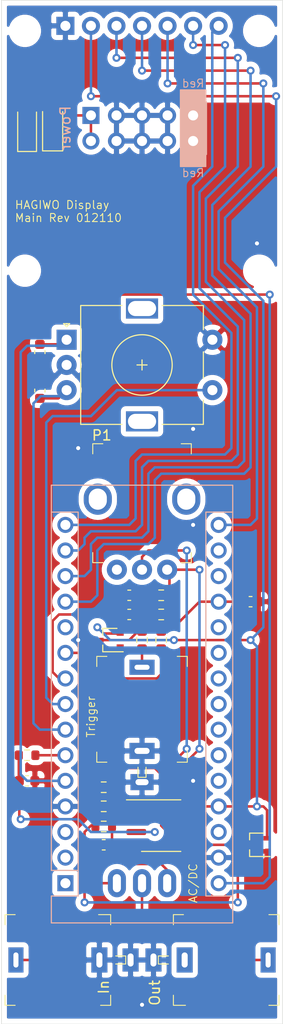
<source format=kicad_pcb>
(kicad_pcb (version 20171130) (host pcbnew "(5.1.10)-1")
  (layers (0 F.Cu signal) (31 B.Cu signal) (34 B.Paste user) (35 F.Paste user) (36 B.SilkS user) (37 F.SilkS user) (38 B.Mask user) (39 F.Mask user) (44 Edge.Cuts user))
  (net 0 "")
  (net 1 RST)
  (net 2 CS)
  (net 3 +12V)
  (net 4 DC)
  (net 5 GND)
  (net 6 DO)
  (net 7 DI)
  (net 8 +5V)
  (net 9 TriggerIn)
  (net 10 LPF_Enable)
  (net 11 ENC_SW)
  (net 12 ENC_B)
  (net 13 Fast_PWM)
  (net 14 ENC_A)
  (net 15 In)
  (net 16 "Net-(C2-Pad1)")
  (net 17 "Net-(C3-Pad2)")
  (net 18 "Net-(C3-Pad1)")
  (net 19 "Net-(C4-Pad1)")
  (net 20 +12VA)
  (net 21 "Net-(D3-Pad3)")
  (net 22 -12VA)
  (net 23 "Net-(J2-PadT)")
  (net 24 "Net-(J3-PadT)")
  (net 25 "Net-(P1-PadCW)")
  (net 26 "Net-(P1-PadW)")
  (net 27 Offset)
  (module Potentiometer_THT_Additional:Potentiometer_AlpsAlpine_RK09K1130 (layer F.Cu) (at 13.97 56.515)
    (fp_text reference P1 (at -5.08 -13.335) (layer F.SilkS) (effects (justify left)))
    (fp_text value B100k)
    (fp_line (start -4.9 -12.5) (end -4.9 -11.5) (layer F.SilkS) (width 0.1))
    (fp_line (start -4.9 -12.5) (end -3.9 -12.5) (layer F.SilkS) (width 0.1))
    (fp_line (start 4.9 -12.5) (end 3.9 -12.5) (layer F.SilkS) (width 0.1))
    (fp_line (start 4.9 -12.5) (end 4.9 -11.5) (layer F.SilkS) (width 0.1))
    (fp_line (start 4.9 -0.7) (end 4.9 -1.7) (layer F.SilkS) (width 0.1))
    (fp_line (start 4.9 -0.7) (end 3.9 -0.7) (layer F.SilkS) (width 0.1))
    (fp_line (start -4.9 -0.7) (end -4.9 -1.7) (layer F.SilkS) (width 0.1))
    (fp_line (start -4.9 -0.7) (end -3.9 -0.7) (layer F.SilkS) (width 0.1))
    (pad "" np_thru_hole oval (at 4.4 -7) (size 2.8 3.1) (drill oval 1.8 2.1) (layers *.Cu *.Mask))
    (pad CW thru_hole circle (at 2.5 0) (size 2 2) (drill 1) (layers *.Cu *.Mask) (net 25 "Net-(P1-PadCW)"))
    (pad W thru_hole circle (at 0 0) (size 2 2) (drill 1) (layers *.Cu *.Mask) (net 26 "Net-(P1-PadW)"))
    (pad CCW thru_hole circle (at -2.5 0) (size 2 2) (drill 1) (layers *.Cu *.Mask))
    (pad "" np_thru_hole oval (at -4.4 -7) (size 2.8 3.1) (drill oval 1.8 2.1) (layers *.Cu *.Mask))
  )
  (module MountingHole:MountingHole_2.2mm_M2 (layer F.Cu) (at 25.62 26.84)
    (fp_text reference H4 hide)
    (fp_text value MountingHole hide)
    (pad 1 np_thru_hole circle (at 0 0) (size 2.2 2.2) (drill 2.2) (layers *.Cu *.Mask))
  )
  (module MountingHole:MountingHole_2.2mm_M2 (layer F.Cu) (at 2.32 26.84)
    (fp_text reference H3 hide)
    (fp_text value MountingHole hide)
    (pad 1 np_thru_hole circle (at 0 0) (size 2.2 2.2) (drill 2.2) (layers *.Cu *.Mask))
  )
  (module MountingHole:MountingHole_2.2mm_M2 (layer F.Cu) (at 25.62 3.04)
    (fp_text reference H2 hide)
    (fp_text value MountingHole hide)
    (pad 1 np_thru_hole circle (at 0 0) (size 2.2 2.2) (drill 2.2) (layers *.Cu *.Mask))
  )
  (module MountingHole:MountingHole_2.2mm_M2 (layer F.Cu) (at 2.32 3.04)
    (fp_text reference H1 hide)
    (fp_text value MountingHole hide)
    (pad 1 np_thru_hole circle (at 0 0) (size 2.2 2.2) (drill 2.2) (layers *.Cu *.Mask))
  )
  (module Package_SO:SOIC-8_3.9x4.9mm_P1.27mm (layer F.Cu) (at 15.875 81.915)
    (fp_text reference U1 hide)
    (fp_text value MCP6002-xSN hide)
    (fp_line (start 0 2.56) (end 1.95 2.56) (layer F.SilkS) (width 0.12))
    (fp_line (start 0 2.56) (end -1.95 2.56) (layer F.SilkS) (width 0.12))
    (fp_line (start 0 -2.56) (end 1.95 -2.56) (layer F.SilkS) (width 0.12))
    (fp_line (start 0 -2.56) (end -3.45 -2.56) (layer F.SilkS) (width 0.12))
    (pad 8 smd roundrect (at 2.475 -1.905) (size 1.95 0.6) (layers F.Cu F.Paste F.Mask) (net 8 +5V))
    (pad 7 smd roundrect (at 2.475 -0.635) (size 1.95 0.6) (layers F.Cu F.Paste F.Mask) (net 25 "Net-(P1-PadCW)"))
    (pad 6 smd roundrect (at 2.475 0.635) (size 1.95 0.6) (layers F.Cu F.Paste F.Mask) (net 26 "Net-(P1-PadW)"))
    (pad 5 smd roundrect (at 2.475 1.905) (size 1.95 0.6) (layers F.Cu F.Paste F.Mask) (net 21 "Net-(D3-Pad3)"))
    (pad 4 smd roundrect (at -2.475 1.905) (size 1.95 0.6) (layers F.Cu F.Paste F.Mask) (net 5 GND))
    (pad 3 smd roundrect (at -2.475 0.635) (size 1.95 0.6) (layers F.Cu F.Paste F.Mask) (net 16 "Net-(C2-Pad1)"))
    (pad 2 smd roundrect (at -2.475 -0.635) (size 1.95 0.6) (layers F.Cu F.Paste F.Mask) (net 27 Offset))
    (pad 1 smd roundrect (at -2.475 -1.905) (size 1.95 0.6) (layers F.Cu F.Paste F.Mask) (net 27 Offset))
  )
  (module Rotary_Encoder:RotaryEncoder_Alps_EC11E-Switch_Vertical_H20mm (layer F.Cu) (at 6.47 33.695)
    (fp_text reference SW2 hide)
    (fp_text value Encoder hide)
    (fp_line (start 7 2.5) (end 8 2.5) (layer F.SilkS) (width 0.12))
    (fp_line (start 7.5 2) (end 7.5 3) (layer F.SilkS) (width 0.12))
    (fp_line (start 13.6 6) (end 13.6 8.4) (layer F.SilkS) (width 0.12))
    (fp_line (start 13.6 1.2) (end 13.6 3.8) (layer F.SilkS) (width 0.12))
    (fp_line (start 13.6 -3.4) (end 13.6 -1) (layer F.SilkS) (width 0.12))
    (fp_line (start 0.3 -1.6) (end 0 -1.3) (layer F.SilkS) (width 0.12))
    (fp_line (start -0.3 -1.6) (end 0.3 -1.6) (layer F.SilkS) (width 0.12))
    (fp_line (start 0 -1.3) (end -0.3 -1.6) (layer F.SilkS) (width 0.12))
    (fp_line (start 1.4 -3.4) (end 1.4 8.4) (layer F.SilkS) (width 0.12))
    (fp_line (start 5.5 -3.4) (end 1.4 -3.4) (layer F.SilkS) (width 0.12))
    (fp_line (start 5.5 8.4) (end 1.4 8.4) (layer F.SilkS) (width 0.12))
    (fp_line (start 13.6 8.4) (end 9.5 8.4) (layer F.SilkS) (width 0.12))
    (fp_line (start 9.5 -3.4) (end 13.6 -3.4) (layer F.SilkS) (width 0.12))
    (fp_circle (center 7.5 2.5) (end 10.5 2.5) (layer F.SilkS) (width 0.12))
    (pad A thru_hole rect (at 0 0) (size 2 2) (drill 1) (layers *.Cu *.Mask) (net 14 ENC_A))
    (pad C thru_hole circle (at 0 2.5) (size 2 2) (drill 1) (layers *.Cu *.Mask) (net 5 GND))
    (pad B thru_hole circle (at 0 5) (size 2 2) (drill 1) (layers *.Cu *.Mask) (net 12 ENC_B))
    (pad MP thru_hole rect (at 7.5 -3.1) (size 3.2 2) (drill oval 2.8 1.5) (layers *.Cu *.Mask))
    (pad MP thru_hole rect (at 7.5 8.1) (size 3.2 2) (drill oval 2.8 1.5) (layers *.Cu *.Mask))
    (pad S2 thru_hole circle (at 14.5 0) (size 2 2) (drill 1) (layers *.Cu *.Mask) (net 5 GND))
    (pad S1 thru_hole circle (at 14.5 5) (size 2 2) (drill 1) (layers *.Cu *.Mask) (net 11 ENC_SW))
  )
  (module Switches_Toggle_Additional:SMTS-102-2xxx (layer F.Cu) (at 13.97 87.63 180)
    (fp_text reference SW1 hide)
    (fp_text value AC/DC (at -5.08 0 90) (layer F.SilkS) (effects (font (size 0.8 0.8) (thickness 0.1))))
    (pad 3 thru_hole oval (at 2.5 0 180) (size 1.8 2.8) (drill oval 0.8 1.8) (layers *.Cu *.Mask) (net 17 "Net-(C3-Pad2)"))
    (pad 1 thru_hole oval (at -2.5 0 180) (size 1.8 2.8) (drill oval 0.8 1.8) (layers *.Cu *.Mask) (net 18 "Net-(C3-Pad1)"))
    (pad 2 thru_hole oval (at 0 0 180) (size 1.8 2.8) (drill oval 0.8 1.8) (layers *.Cu *.Mask) (net 24 "Net-(J3-PadT)"))
  )
  (module Resistor_SMD:R_0603_1608Metric (layer F.Cu) (at 15.875 60.96)
    (fp_text reference R8 hide)
    (fp_text value 1k hide)
    (fp_line (start -0.237258 -0.5225) (end 0.237258 -0.5225) (layer F.SilkS) (width 0.12))
    (fp_line (start -0.237258 0.5225) (end 0.237258 0.5225) (layer F.SilkS) (width 0.12))
    (pad 2 smd roundrect (at 0.825 0) (size 0.8 0.95) (layers F.Cu F.Paste F.Mask) (net 19 "Net-(C4-Pad1)"))
    (pad 1 smd roundrect (at -0.825 0) (size 0.8 0.95) (layers F.Cu F.Paste F.Mask) (net 15 In))
  )
  (module Resistor_SMD:R_0603_1608Metric (layer F.Cu) (at 15.875 59.055)
    (fp_text reference R7 hide)
    (fp_text value 1k hide)
    (fp_line (start -0.237258 -0.5225) (end 0.237258 -0.5225) (layer F.SilkS) (width 0.12))
    (fp_line (start -0.237258 0.5225) (end 0.237258 0.5225) (layer F.SilkS) (width 0.12))
    (pad 2 smd roundrect (at 0.825 0) (size 0.8 0.95) (layers F.Cu F.Paste F.Mask) (net 25 "Net-(P1-PadCW)"))
    (pad 1 smd roundrect (at -0.825 0) (size 0.8 0.95) (layers F.Cu F.Paste F.Mask) (net 19 "Net-(C4-Pad1)"))
  )
  (module Resistor_SMD:R_0603_1608Metric (layer F.Cu) (at 10.16 78.105)
    (fp_text reference R6 hide)
    (fp_text value 10k hide)
    (fp_line (start -0.237258 -0.5225) (end 0.237258 -0.5225) (layer F.SilkS) (width 0.12))
    (fp_line (start -0.237258 0.5225) (end 0.237258 0.5225) (layer F.SilkS) (width 0.12))
    (pad 2 smd roundrect (at 0.825 0) (size 0.8 0.95) (layers F.Cu F.Paste F.Mask) (net 26 "Net-(P1-PadW)"))
    (pad 1 smd roundrect (at -0.825 0) (size 0.8 0.95) (layers F.Cu F.Paste F.Mask) (net 27 Offset))
  )
  (module Resistor_SMD:R_0603_1608Metric (layer F.Cu) (at 10.16 82)
    (fp_text reference R5 hide)
    (fp_text value 47k hide)
    (fp_line (start -0.237258 -0.5225) (end 0.237258 -0.5225) (layer F.SilkS) (width 0.12))
    (fp_line (start -0.237258 0.5225) (end 0.237258 0.5225) (layer F.SilkS) (width 0.12))
    (pad 2 smd roundrect (at 0.825 0) (size 0.8 0.95) (layers F.Cu F.Paste F.Mask) (net 18 "Net-(C3-Pad1)"))
    (pad 1 smd roundrect (at -0.825 0) (size 0.8 0.95) (layers F.Cu F.Paste F.Mask) (net 21 "Net-(D3-Pad3)"))
  )
  (module Resistor_SMD:R_0603_1608Metric (layer F.Cu) (at 10.16 80 180)
    (fp_text reference R4 hide)
    (fp_text value 10k hide)
    (fp_line (start -0.237258 -0.5225) (end 0.237258 -0.5225) (layer F.SilkS) (width 0.12))
    (fp_line (start -0.237258 0.5225) (end 0.237258 0.5225) (layer F.SilkS) (width 0.12))
    (pad 2 smd roundrect (at 0.825 0 180) (size 0.8 0.95) (layers F.Cu F.Paste F.Mask) (net 21 "Net-(D3-Pad3)"))
    (pad 1 smd roundrect (at -0.825 0 180) (size 0.8 0.95) (layers F.Cu F.Paste F.Mask) (net 27 Offset))
  )
  (module Resistor_SMD:R_0603_1608Metric (layer F.Cu) (at 15.875 63.5 90)
    (fp_text reference R3 hide)
    (fp_text value 100k hide)
    (fp_line (start -0.237258 -0.5225) (end 0.237258 -0.5225) (layer F.SilkS) (width 0.12))
    (fp_line (start -0.237258 0.5225) (end 0.237258 0.5225) (layer F.SilkS) (width 0.12))
    (pad 2 smd roundrect (at 0.825 0 90) (size 0.8 0.95) (layers F.Cu F.Paste F.Mask) (net 9 TriggerIn))
    (pad 1 smd roundrect (at -0.825 0 90) (size 0.8 0.95) (layers F.Cu F.Paste F.Mask) (net 5 GND))
  )
  (module Resistor_SMD:R_0603_1608Metric (layer F.Cu) (at 13.97 63.5 270)
    (fp_text reference R2 hide)
    (fp_text value 1k hide)
    (fp_line (start -0.237258 -0.5225) (end 0.237258 -0.5225) (layer F.SilkS) (width 0.12))
    (fp_line (start -0.237258 0.5225) (end 0.237258 0.5225) (layer F.SilkS) (width 0.12))
    (pad 2 smd roundrect (at 0.825 0 270) (size 0.8 0.95) (layers F.Cu F.Paste F.Mask) (net 23 "Net-(J2-PadT)"))
    (pad 1 smd roundrect (at -0.825 0 270) (size 0.8 0.95) (layers F.Cu F.Paste F.Mask) (net 9 TriggerIn))
  )
  (module Resistor_SMD:R_0603_1608Metric (layer F.Cu) (at 2.54 74.93)
    (fp_text reference R1 hide)
    (fp_text value 47k hide)
    (fp_line (start -0.237258 -0.5225) (end 0.237258 -0.5225) (layer F.SilkS) (width 0.12))
    (fp_line (start -0.237258 0.5225) (end 0.237258 0.5225) (layer F.SilkS) (width 0.12))
    (pad 2 smd roundrect (at 0.825 0) (size 0.8 0.95) (layers F.Cu F.Paste F.Mask) (net 13 Fast_PWM))
    (pad 1 smd roundrect (at -0.825 0) (size 0.8 0.95) (layers F.Cu F.Paste F.Mask) (net 16 "Net-(C2-Pad1)"))
  )
  (module Connector_Audio_QingPu:Jack_3.5mm_QingPu_WQP-PJ301M-12 (layer F.Cu) (at 21.59 95.25 270)
    (fp_text reference J4 hide)
    (fp_text value Out (at 1.905 6.35 90) (layer F.SilkS) (effects (justify right)))
    (fp_line (start 0.4 5) (end 0.4 6) (layer F.SilkS) (width 0.1))
    (fp_line (start -0.4 6) (end 0.4 6) (layer F.SilkS) (width 0.1))
    (fp_line (start -0.4 5) (end -0.4 6) (layer F.SilkS) (width 0.1))
    (fp_line (start 4.5 4.5) (end 3.5 4.5) (layer F.SilkS) (width 0.1))
    (fp_line (start 4.5 4.5) (end 4.5 3.3) (layer F.SilkS) (width 0.1))
    (fp_line (start -4.5 4.5) (end -3.5 4.5) (layer F.SilkS) (width 0.1))
    (fp_line (start -4.5 4.5) (end -4.5 3.5) (layer F.SilkS) (width 0.1))
    (fp_line (start 4.5 -6) (end 3.5 -6) (layer F.SilkS) (width 0.1))
    (fp_line (start 4.5 -6) (end 4.5 -5) (layer F.SilkS) (width 0.1))
    (fp_line (start -4.5 -6) (end -4.5 -5) (layer F.SilkS) (width 0.1))
    (fp_line (start -4.5 -6) (end -3.5 -6) (layer F.SilkS) (width 0.1))
    (pad T thru_hole rect (at 0 -4.92 270) (size 2.5 1.5) (drill oval 1.5 0.5) (layers *.Cu *.Mask) (net 24 "Net-(J3-PadT)"))
    (pad TN thru_hole rect (at 0 3.38 270) (size 2.5 1.6) (drill oval 1.5 0.6) (layers *.Cu *.Mask))
    (pad S thru_hole rect (at 0 6.48 270) (size 2.3 1.6) (drill oval 1.3 0.6) (layers *.Cu *.Mask) (net 5 GND))
  )
  (module Connector_Audio_QingPu:Jack_3.5mm_QingPu_WQP-PJ301M-12 (layer F.Cu) (at 6.35 95.25 90)
    (fp_text reference J3 hide)
    (fp_text value In (at -1.905 3.81 90) (layer F.SilkS) (effects (justify right)))
    (fp_line (start 0.4 5) (end 0.4 6) (layer F.SilkS) (width 0.1))
    (fp_line (start -0.4 6) (end 0.4 6) (layer F.SilkS) (width 0.1))
    (fp_line (start -0.4 5) (end -0.4 6) (layer F.SilkS) (width 0.1))
    (fp_line (start 4.5 4.5) (end 3.5 4.5) (layer F.SilkS) (width 0.1))
    (fp_line (start 4.5 4.5) (end 4.5 3.3) (layer F.SilkS) (width 0.1))
    (fp_line (start -4.5 4.5) (end -3.5 4.5) (layer F.SilkS) (width 0.1))
    (fp_line (start -4.5 4.5) (end -4.5 3.5) (layer F.SilkS) (width 0.1))
    (fp_line (start 4.5 -6) (end 3.5 -6) (layer F.SilkS) (width 0.1))
    (fp_line (start 4.5 -6) (end 4.5 -5) (layer F.SilkS) (width 0.1))
    (fp_line (start -4.5 -6) (end -4.5 -5) (layer F.SilkS) (width 0.1))
    (fp_line (start -4.5 -6) (end -3.5 -6) (layer F.SilkS) (width 0.1))
    (pad T thru_hole rect (at 0 -4.92 90) (size 2.5 1.5) (drill oval 1.5 0.5) (layers *.Cu *.Mask) (net 24 "Net-(J3-PadT)"))
    (pad TN thru_hole rect (at 0 3.38 90) (size 2.5 1.6) (drill oval 1.5 0.6) (layers *.Cu *.Mask) (net 5 GND))
    (pad S thru_hole rect (at 0 6.48 90) (size 2.3 1.6) (drill oval 1.3 0.6) (layers *.Cu *.Mask) (net 5 GND))
  )
  (module Connector_Audio_QingPu:Jack_3.5mm_QingPu_WQP-PJ301M-12 (layer F.Cu) (at 13.97 71.12)
    (fp_text reference J2 hide)
    (fp_text value Trigger (at -5.08 0 90) (layer F.SilkS) (effects (font (size 0.8 0.8) (thickness 0.1))))
    (fp_line (start 0.4 5) (end 0.4 6) (layer F.SilkS) (width 0.1))
    (fp_line (start -0.4 6) (end 0.4 6) (layer F.SilkS) (width 0.1))
    (fp_line (start -0.4 5) (end -0.4 6) (layer F.SilkS) (width 0.1))
    (fp_line (start 4.5 4.5) (end 3.5 4.5) (layer F.SilkS) (width 0.1))
    (fp_line (start 4.5 4.5) (end 4.5 3.3) (layer F.SilkS) (width 0.1))
    (fp_line (start -4.5 4.5) (end -3.5 4.5) (layer F.SilkS) (width 0.1))
    (fp_line (start -4.5 4.5) (end -4.5 3.5) (layer F.SilkS) (width 0.1))
    (fp_line (start 4.5 -6) (end 3.5 -6) (layer F.SilkS) (width 0.1))
    (fp_line (start 4.5 -6) (end 4.5 -5) (layer F.SilkS) (width 0.1))
    (fp_line (start -4.5 -6) (end -4.5 -5) (layer F.SilkS) (width 0.1))
    (fp_line (start -4.5 -6) (end -3.5 -6) (layer F.SilkS) (width 0.1))
    (pad T thru_hole rect (at 0 -4.92) (size 2.5 1.5) (drill oval 1.5 0.5) (layers *.Cu *.Mask) (net 23 "Net-(J2-PadT)"))
    (pad TN thru_hole rect (at 0 3.38) (size 2.5 1.6) (drill oval 1.5 0.6) (layers *.Cu *.Mask) (net 5 GND))
    (pad S thru_hole rect (at 0 6.48) (size 2.3 1.6) (drill oval 1.3 0.6) (layers *.Cu *.Mask) (net 5 GND))
  )
  (module Eurorack_Synth:Power_2x5_Vertical (layer B.Cu) (at 8.89 11.43 270)
    (fp_text reference J1 hide)
    (fp_text value Power (at 1.27 2.54 270) (layer B.SilkS) (effects (justify mirror)))
    (fp_poly (pts (xy 5.08 -11.43) (xy -2.54 -11.43) (xy -2.54 -8.89) (xy 5.08 -8.89)) (layer B.SilkS) (width 0.1))
    (fp_line (start -1.33 -11.49) (end 3.87 -11.49) (layer B.SilkS) (width 0.12))
    (fp_text user Red (at -3.175 -10.16) (layer B.SilkS) (effects (font (size 0.8 0.8) (thickness 0.1)) (justify mirror)))
    (fp_text user Red (at 5.715 -10.16) (layer B.SilkS) (effects (font (size 0.8 0.8) (thickness 0.1)) (justify mirror)))
    (pad -12V thru_hole oval (at 2.54 -10.16 270) (size 1.7 1.7) (drill 1) (layers *.Cu *.Mask) (net 22 -12VA))
    (pad -12V thru_hole oval (at 0 -10.16 270) (size 1.7 1.7) (drill 1) (layers *.Cu *.Mask) (net 22 -12VA))
    (pad GND thru_hole oval (at 2.54 -7.62 270) (size 1.7 1.7) (drill 1) (layers *.Cu *.Mask) (net 5 GND))
    (pad GND thru_hole oval (at 0 -7.62 270) (size 1.7 1.7) (drill 1) (layers *.Cu *.Mask) (net 5 GND))
    (pad GND thru_hole oval (at 2.54 -5.08 270) (size 1.7 1.7) (drill 1) (layers *.Cu *.Mask) (net 5 GND))
    (pad GND thru_hole oval (at 0 -5.08 270) (size 1.7 1.7) (drill 1) (layers *.Cu *.Mask) (net 5 GND))
    (pad GND thru_hole oval (at 2.54 -2.54 270) (size 1.7 1.7) (drill 1) (layers *.Cu *.Mask) (net 5 GND))
    (pad GND thru_hole oval (at 0 -2.54 270) (size 1.7 1.7) (drill 1) (layers *.Cu *.Mask) (net 5 GND))
    (pad +12V thru_hole oval (at 2.54 0 270) (size 1.7 1.7) (drill 1) (layers *.Cu *.Mask) (net 20 +12VA))
    (pad +12V thru_hole rect (at 0 0 270) (size 1.7 1.7) (drill 1) (layers *.Cu *.Mask) (net 20 +12VA))
  )
  (module OLED:MSP096x (layer F.Cu) (at 13.97 2.54)
    (fp_text reference DISP1 hide)
    (fp_text value MSP096x hide)
    (pad VCC thru_hole circle (at -5.08 0) (size 1.8 1.8) (drill 1) (layers *.Cu *.Mask) (net 8 +5V))
    (pad DO thru_hole circle (at -2.54 0) (size 1.8 1.8) (drill 1) (layers *.Cu *.Mask) (net 6 DO))
    (pad CS thru_hole circle (at 7.62 0) (size 1.8 1.8) (drill 1) (layers *.Cu *.Mask) (net 2 CS))
    (pad DC thru_hole circle (at 5.08 0) (size 1.8 1.8) (drill 1) (layers *.Cu *.Mask) (net 4 DC))
    (pad RESET thru_hole circle (at 2.54 0) (size 1.8 1.8) (drill 1) (layers *.Cu *.Mask) (net 1 RST))
    (pad DI thru_hole circle (at 0 0) (size 1.8 1.8) (drill 1) (layers *.Cu *.Mask) (net 7 DI))
    (pad GND thru_hole rect (at -7.62 0) (size 1.8 1.8) (drill 1) (layers *.Cu *.Mask) (net 5 GND))
  )
  (module Package_TO_SOT_SMD:SOT-323_SC-70 (layer F.Cu) (at 25.4 83.82 180)
    (fp_text reference D3 hide)
    (fp_text value BAV99W hide)
    (fp_line (start 0.73 0.5) (end 0.73 1.16) (layer F.SilkS) (width 0.12))
    (fp_line (start 0.73 -1.16) (end 0.73 -0.5) (layer F.SilkS) (width 0.12))
    (fp_line (start 0.73 -1.16) (end -1.3 -1.16) (layer F.SilkS) (width 0.12))
    (fp_line (start -0.68 1.16) (end 0.73 1.16) (layer F.SilkS) (width 0.12))
    (pad 3 smd rect (at 1 0 90) (size 0.45 0.7) (layers F.Cu F.Paste F.Mask) (net 21 "Net-(D3-Pad3)"))
    (pad 2 smd rect (at -1 0.65 90) (size 0.45 0.7) (layers F.Cu F.Paste F.Mask) (net 8 +5V))
    (pad 1 smd rect (at -1 -0.65 90) (size 0.45 0.7) (layers F.Cu F.Paste F.Mask) (net 5 GND))
  )
  (module Package_TO_SOT_SMD:SOT-323_SC-70 (layer F.Cu) (at 10.795 63.5 180)
    (fp_text reference D2 hide)
    (fp_text value BAV99W hide)
    (fp_line (start 0.73 0.5) (end 0.73 1.16) (layer F.SilkS) (width 0.12))
    (fp_line (start 0.73 -1.16) (end 0.73 -0.5) (layer F.SilkS) (width 0.12))
    (fp_line (start 0.73 -1.16) (end -1.3 -1.16) (layer F.SilkS) (width 0.12))
    (fp_line (start -0.68 1.16) (end 0.73 1.16) (layer F.SilkS) (width 0.12))
    (pad 3 smd rect (at 1 0 90) (size 0.45 0.7) (layers F.Cu F.Paste F.Mask) (net 9 TriggerIn))
    (pad 2 smd rect (at -1 0.65 90) (size 0.45 0.7) (layers F.Cu F.Paste F.Mask) (net 8 +5V))
    (pad 1 smd rect (at -1 -0.65 90) (size 0.45 0.7) (layers F.Cu F.Paste F.Mask) (net 5 GND))
  )
  (module Diode_SMD:D_SOD-123 (layer F.Cu) (at 5.08 12.7 90)
    (fp_text reference D1 hide)
    (fp_text value B5817W hide)
    (fp_line (start -2.25 -1) (end -2.25 1) (layer F.SilkS) (width 0.12))
    (fp_line (start -2.25 1) (end 1.65 1) (layer F.SilkS) (width 0.12))
    (fp_line (start -2.25 -1) (end 1.65 -1) (layer F.SilkS) (width 0.12))
    (pad 2 smd rect (at 1.65 0 90) (size 0.9 1.2) (layers F.Cu F.Paste F.Mask) (net 20 +12VA))
    (pad 1 smd rect (at -1.65 0 90) (size 0.9 1.2) (layers F.Cu F.Paste F.Mask) (net 3 +12V))
  )
  (module Capacitor_SMD:C_0603_1608Metric (layer F.Cu) (at 3.81 38.735 90)
    (fp_text reference C8 hide)
    (fp_text value 10n hide)
    (fp_line (start -0.14058 -0.51) (end 0.14058 -0.51) (layer F.SilkS) (width 0.12))
    (fp_line (start -0.14058 0.51) (end 0.14058 0.51) (layer F.SilkS) (width 0.12))
    (pad 2 smd roundrect (at 0.775 0 90) (size 0.9 0.95) (layers F.Cu F.Paste F.Mask) (net 5 GND))
    (pad 1 smd roundrect (at -0.775 0 90) (size 0.9 0.95) (layers F.Cu F.Paste F.Mask) (net 12 ENC_B))
  )
  (module Capacitor_SMD:C_0603_1608Metric (layer F.Cu) (at 3.81 34.925 270)
    (fp_text reference C7 hide)
    (fp_text value 10n hide)
    (fp_line (start -0.14058 -0.51) (end 0.14058 -0.51) (layer F.SilkS) (width 0.12))
    (fp_line (start -0.14058 0.51) (end 0.14058 0.51) (layer F.SilkS) (width 0.12))
    (pad 2 smd roundrect (at 0.775 0 270) (size 0.9 0.95) (layers F.Cu F.Paste F.Mask) (net 5 GND))
    (pad 1 smd roundrect (at -0.775 0 270) (size 0.9 0.95) (layers F.Cu F.Paste F.Mask) (net 14 ENC_A))
  )
  (module Capacitor_SMD:C_0603_1608Metric (layer F.Cu) (at 24.765 59.69)
    (fp_text reference C6 hide)
    (fp_text value 470p hide)
    (fp_line (start -0.14058 -0.51) (end 0.14058 -0.51) (layer F.SilkS) (width 0.12))
    (fp_line (start -0.14058 0.51) (end 0.14058 0.51) (layer F.SilkS) (width 0.12))
    (pad 2 smd roundrect (at 0.775 0) (size 0.9 0.95) (layers F.Cu F.Paste F.Mask) (net 5 GND))
    (pad 1 smd roundrect (at -0.775 0) (size 0.9 0.95) (layers F.Cu F.Paste F.Mask) (net 15 In))
  )
  (module Capacitor_SMD:C_0603_1608Metric (layer F.Cu) (at 12.7 60.96 180)
    (fp_text reference C5 hide)
    (fp_text value 22n hide)
    (fp_line (start -0.14058 -0.51) (end 0.14058 -0.51) (layer F.SilkS) (width 0.12))
    (fp_line (start -0.14058 0.51) (end 0.14058 0.51) (layer F.SilkS) (width 0.12))
    (pad 2 smd roundrect (at 0.775 0 180) (size 0.9 0.95) (layers F.Cu F.Paste F.Mask) (net 10 LPF_Enable))
    (pad 1 smd roundrect (at -0.775 0 180) (size 0.9 0.95) (layers F.Cu F.Paste F.Mask) (net 15 In))
  )
  (module Capacitor_SMD:C_0603_1608Metric (layer F.Cu) (at 12.7 59.055 180)
    (fp_text reference C4 hide)
    (fp_text value 22n hide)
    (fp_line (start -0.14058 -0.51) (end 0.14058 -0.51) (layer F.SilkS) (width 0.12))
    (fp_line (start -0.14058 0.51) (end 0.14058 0.51) (layer F.SilkS) (width 0.12))
    (pad 2 smd roundrect (at 0.775 0 180) (size 0.9 0.95) (layers F.Cu F.Paste F.Mask) (net 10 LPF_Enable))
    (pad 1 smd roundrect (at -0.775 0 180) (size 0.9 0.95) (layers F.Cu F.Paste F.Mask) (net 19 "Net-(C4-Pad1)"))
  )
  (module Capacitor_SMD:C_0603_1608Metric (layer F.Cu) (at 10.16 83.82 180)
    (fp_text reference C3 hide)
    (fp_text value 4.7µF hide)
    (fp_line (start -0.14058 -0.51) (end 0.14058 -0.51) (layer F.SilkS) (width 0.12))
    (fp_line (start -0.14058 0.51) (end 0.14058 0.51) (layer F.SilkS) (width 0.12))
    (pad 2 smd roundrect (at 0.775 0 180) (size 0.9 0.95) (layers F.Cu F.Paste F.Mask) (net 17 "Net-(C3-Pad2)"))
    (pad 1 smd roundrect (at -0.775 0 180) (size 0.9 0.95) (layers F.Cu F.Paste F.Mask) (net 18 "Net-(C3-Pad1)"))
  )
  (module Capacitor_SMD:C_0603_1608Metric (layer F.Cu) (at 2.54 77.47)
    (fp_text reference C2 hide)
    (fp_text value 1µF hide)
    (fp_line (start -0.14058 -0.51) (end 0.14058 -0.51) (layer F.SilkS) (width 0.12))
    (fp_line (start -0.14058 0.51) (end 0.14058 0.51) (layer F.SilkS) (width 0.12))
    (pad 2 smd roundrect (at 0.775 0) (size 0.9 0.95) (layers F.Cu F.Paste F.Mask) (net 5 GND))
    (pad 1 smd roundrect (at -0.775 0) (size 0.9 0.95) (layers F.Cu F.Paste F.Mask) (net 16 "Net-(C2-Pad1)"))
  )
  (module Capacitor_Tantalum_SMD:CP_EIA-3216-18_Kemet-A (layer F.Cu) (at 2.54 12.7 90)
    (fp_text reference C1 hide)
    (fp_text value 10µF/16V hide)
    (fp_line (start 1.6 -0.935) (end -2.31 -0.935) (layer F.SilkS) (width 0.12))
    (fp_line (start -2.31 -0.935) (end -2.31 0.935) (layer F.SilkS) (width 0.12))
    (fp_line (start -2.31 0.935) (end 1.6 0.935) (layer F.SilkS) (width 0.12))
    (pad 2 smd roundrect (at 1.35 0 90) (size 1.4 1.35) (layers F.Cu F.Paste F.Mask) (roundrect_rratio 0.1851844444444445) (net 5 GND))
    (pad 1 smd roundrect (at -1.35 0 90) (size 1.4 1.35) (layers F.Cu F.Paste F.Mask) (roundrect_rratio 0.1851844444444445) (net 3 +12V))
  )
  (module Module:Arduino_Nano (layer B.Cu) (at 6.35 87.63)
    (fp_text reference A1 hide)
    (fp_text value Arduino_Nano_v3.x hide)
    (fp_line (start 1.27 -1.27) (end 1.27 1.27) (layer B.SilkS) (width 0.12))
    (fp_line (start 1.27 1.27) (end -1.4 1.27) (layer B.SilkS) (width 0.12))
    (fp_line (start -1.4 -1.27) (end -1.4 -39.5) (layer B.SilkS) (width 0.12))
    (fp_line (start -1.4 3.94) (end -1.4 1.27) (layer B.SilkS) (width 0.12))
    (fp_line (start 13.97 1.27) (end 16.64 1.27) (layer B.SilkS) (width 0.12))
    (fp_line (start 13.97 1.27) (end 13.97 -36.83) (layer B.SilkS) (width 0.12))
    (fp_line (start 13.97 -36.83) (end 16.64 -36.83) (layer B.SilkS) (width 0.12))
    (fp_line (start 1.27 -1.27) (end -1.4 -1.27) (layer B.SilkS) (width 0.12))
    (fp_line (start 1.27 -1.27) (end 1.27 -36.83) (layer B.SilkS) (width 0.12))
    (fp_line (start 1.27 -36.83) (end -1.4 -36.83) (layer B.SilkS) (width 0.12))
    (fp_line (start -1.4 -39.5) (end 16.64 -39.5) (layer B.SilkS) (width 0.12))
    (fp_line (start 16.64 -39.5) (end 16.64 3.94) (layer B.SilkS) (width 0.12))
    (fp_line (start 16.64 3.94) (end -1.4 3.94) (layer B.SilkS) (width 0.12))
    (pad 16 thru_hole oval (at 15.24 -35.56) (size 1.6 1.6) (drill 1) (layers *.Cu *.Mask) (net 1 RST))
    (pad 15 thru_hole oval (at 0 -35.56) (size 1.6 1.6) (drill 1) (layers *.Cu *.Mask) (net 2 CS))
    (pad 30 thru_hole oval (at 15.24 0) (size 1.6 1.6) (drill 1) (layers *.Cu *.Mask) (net 3 +12V))
    (pad 14 thru_hole oval (at 0 -33.02) (size 1.6 1.6) (drill 1) (layers *.Cu *.Mask) (net 4 DC))
    (pad 29 thru_hole oval (at 15.24 -2.54) (size 1.6 1.6) (drill 1) (layers *.Cu *.Mask) (net 5 GND))
    (pad 13 thru_hole oval (at 0 -30.48) (size 1.6 1.6) (drill 1) (layers *.Cu *.Mask) (net 6 DO))
    (pad 28 thru_hole oval (at 15.24 -5.08) (size 1.6 1.6) (drill 1) (layers *.Cu *.Mask))
    (pad 12 thru_hole oval (at 0 -27.94) (size 1.6 1.6) (drill 1) (layers *.Cu *.Mask) (net 7 DI))
    (pad 27 thru_hole oval (at 15.24 -7.62) (size 1.6 1.6) (drill 1) (layers *.Cu *.Mask) (net 8 +5V))
    (pad 11 thru_hole oval (at 0 -25.4) (size 1.6 1.6) (drill 1) (layers *.Cu *.Mask))
    (pad 26 thru_hole oval (at 15.24 -10.16) (size 1.6 1.6) (drill 1) (layers *.Cu *.Mask))
    (pad 10 thru_hole oval (at 0 -22.86) (size 1.6 1.6) (drill 1) (layers *.Cu *.Mask) (net 9 TriggerIn))
    (pad 25 thru_hole oval (at 15.24 -12.7) (size 1.6 1.6) (drill 1) (layers *.Cu *.Mask))
    (pad 9 thru_hole oval (at 0 -20.32) (size 1.6 1.6) (drill 1) (layers *.Cu *.Mask) (net 10 LPF_Enable))
    (pad 24 thru_hole oval (at 15.24 -15.24) (size 1.6 1.6) (drill 1) (layers *.Cu *.Mask))
    (pad 8 thru_hole oval (at 0 -17.78) (size 1.6 1.6) (drill 1) (layers *.Cu *.Mask) (net 11 ENC_SW))
    (pad 23 thru_hole oval (at 15.24 -17.78) (size 1.6 1.6) (drill 1) (layers *.Cu *.Mask))
    (pad 7 thru_hole oval (at 0 -15.24) (size 1.6 1.6) (drill 1) (layers *.Cu *.Mask) (net 12 ENC_B))
    (pad 22 thru_hole oval (at 15.24 -20.32) (size 1.6 1.6) (drill 1) (layers *.Cu *.Mask))
    (pad 6 thru_hole oval (at 0 -12.7) (size 1.6 1.6) (drill 1) (layers *.Cu *.Mask) (net 13 Fast_PWM))
    (pad 21 thru_hole oval (at 15.24 -22.86) (size 1.6 1.6) (drill 1) (layers *.Cu *.Mask))
    (pad 5 thru_hole oval (at 0 -10.16) (size 1.6 1.6) (drill 1) (layers *.Cu *.Mask) (net 14 ENC_A))
    (pad 20 thru_hole oval (at 15.24 -25.4) (size 1.6 1.6) (drill 1) (layers *.Cu *.Mask))
    (pad 4 thru_hole oval (at 0 -7.62) (size 1.6 1.6) (drill 1) (layers *.Cu *.Mask) (net 5 GND))
    (pad 19 thru_hole oval (at 15.24 -27.94) (size 1.6 1.6) (drill 1) (layers *.Cu *.Mask) (net 15 In))
    (pad 3 thru_hole oval (at 0 -5.08) (size 1.6 1.6) (drill 1) (layers *.Cu *.Mask))
    (pad 18 thru_hole oval (at 15.24 -30.48) (size 1.6 1.6) (drill 1) (layers *.Cu *.Mask))
    (pad 2 thru_hole oval (at 0 -2.54) (size 1.6 1.6) (drill 1) (layers *.Cu *.Mask))
    (pad 17 thru_hole oval (at 15.24 -33.02) (size 1.6 1.6) (drill 1) (layers *.Cu *.Mask))
    (pad 1 thru_hole rect (at 0 0) (size 1.6 1.6) (drill 1) (layers *.Cu *.Mask))
  )
  (gr_text "HAGIWO Display\nMain Rev 012110" (at 1.27 20.955) (layer F.SilkS) (effects (font (size 0.8 0.8) (thickness 0.1)) (justify left)))
  (gr_line (start 0 101.6) (end 0 0) (layer Edge.Cuts) (width 0.05))
  (gr_line (start 27.94 101.6) (end 0 101.6) (layer Edge.Cuts) (width 0.05))
  (gr_line (start 27.94 0) (end 27.94 101.6) (layer Edge.Cuts) (width 0.05))
  (gr_line (start 0 0) (end 27.94 0) (layer Edge.Cuts) (width 0.05))
  (segment (start 26.035 8.255) (end 26.035 8.255) (width 0.25) (layer B.Cu) (net 1))
  (via (at 26.035 8.255) (size 0.8) (drill 0.4) (layers F.Cu B.Cu) (net 1))
  (segment (start 26.035 8.255) (end 16.51 8.255) (width 0.25) (layer F.Cu) (net 1))
  (segment (start 16.51 8.255) (end 16.51 8.255) (width 0.25) (layer F.Cu) (net 1))
  (via (at 16.51 8.255) (size 0.8) (drill 0.4) (layers F.Cu B.Cu) (net 1))
  (segment (start 16.51 8.255) (end 16.51 2.54) (width 0.25) (layer B.Cu) (net 1))
  (segment (start 26.035 16.51) (end 26.035 8.255) (width 0.25) (layer B.Cu) (net 1))
  (segment (start 21.59 20.955) (end 26.035 16.51) (width 0.25) (layer B.Cu) (net 1))
  (segment (start 21.59 26.67) (end 21.59 20.955) (width 0.25) (layer B.Cu) (net 1))
  (segment (start 25.4 51.435) (end 25.4 30.48) (width 0.25) (layer B.Cu) (net 1))
  (segment (start 25.4 30.48) (end 21.59 26.67) (width 0.25) (layer B.Cu) (net 1))
  (segment (start 24.765 52.07) (end 25.4 51.435) (width 0.25) (layer B.Cu) (net 1))
  (segment (start 21.59 52.07) (end 24.765 52.07) (width 0.25) (layer B.Cu) (net 1))
  (segment (start 20.955 3.175) (end 21.59 2.54) (width 0.25) (layer B.Cu) (net 2))
  (segment (start 19.05 29.21) (end 19.05 18.415) (width 0.25) (layer B.Cu) (net 2))
  (segment (start 22.86 33.02) (end 19.05 29.21) (width 0.25) (layer B.Cu) (net 2))
  (segment (start 22.86 44.45) (end 22.86 33.02) (width 0.25) (layer B.Cu) (net 2))
  (segment (start 22.225 45.085) (end 22.86 44.45) (width 0.25) (layer B.Cu) (net 2))
  (segment (start 13.97 45.085) (end 22.225 45.085) (width 0.25) (layer B.Cu) (net 2))
  (segment (start 20.955 16.51) (end 20.955 3.175) (width 0.25) (layer B.Cu) (net 2))
  (segment (start 13.335 45.72) (end 13.97 45.085) (width 0.25) (layer B.Cu) (net 2))
  (segment (start 13.335 51.435) (end 13.335 45.72) (width 0.25) (layer B.Cu) (net 2))
  (segment (start 19.05 18.415) (end 20.955 16.51) (width 0.25) (layer B.Cu) (net 2))
  (segment (start 12.7 52.07) (end 13.335 51.435) (width 0.25) (layer B.Cu) (net 2))
  (segment (start 6.35 52.07) (end 12.7 52.07) (width 0.25) (layer B.Cu) (net 2))
  (segment (start 26.035 87.63) (end 21.59 87.63) (width 0.25) (layer B.Cu) (net 3))
  (segment (start 26.67 86.995) (end 26.035 87.63) (width 0.25) (layer B.Cu) (net 3))
  (segment (start 26.67 29.21) (end 26.67 86.995) (width 0.25) (layer B.Cu) (net 3))
  (via (at 26.67 29.21) (size 0.8) (drill 0.4) (layers F.Cu B.Cu) (net 3))
  (segment (start 26.67 29.21) (end 5.08 29.21) (width 0.25) (layer F.Cu) (net 3))
  (segment (start 5.08 14.35) (end 5.08 29.21) (width 0.25) (layer F.Cu) (net 3))
  (segment (start 4.78 14.05) (end 5.08 14.35) (width 0.25) (layer F.Cu) (net 3))
  (segment (start 2.54 14.05) (end 4.78 14.05) (width 0.25) (layer F.Cu) (net 3))
  (segment (start 22.225 4.445) (end 22.225 4.445) (width 0.25) (layer B.Cu) (net 4))
  (via (at 22.225 4.445) (size 0.8) (drill 0.4) (layers F.Cu B.Cu) (net 4))
  (segment (start 22.225 4.445) (end 19.05 4.445) (width 0.25) (layer F.Cu) (net 4))
  (segment (start 19.05 4.445) (end 19.05 4.445) (width 0.25) (layer F.Cu) (net 4))
  (via (at 19.05 4.445) (size 0.8) (drill 0.4) (layers F.Cu B.Cu) (net 4))
  (segment (start 19.05 4.445) (end 19.05 2.54) (width 0.25) (layer B.Cu) (net 4))
  (segment (start 22.225 16.51) (end 22.225 4.445) (width 0.25) (layer B.Cu) (net 4))
  (segment (start 19.685 19.05) (end 22.225 16.51) (width 0.25) (layer B.Cu) (net 4))
  (segment (start 6.35 54.61) (end 7.62 54.61) (width 0.25) (layer B.Cu) (net 4))
  (segment (start 7.62 54.61) (end 8.255 53.975) (width 0.25) (layer B.Cu) (net 4))
  (segment (start 8.255 53.975) (end 8.255 53.34) (width 0.25) (layer B.Cu) (net 4))
  (segment (start 19.685 28.575) (end 19.685 19.05) (width 0.25) (layer B.Cu) (net 4))
  (segment (start 8.255 53.34) (end 8.89 52.705) (width 0.25) (layer B.Cu) (net 4))
  (segment (start 8.89 52.705) (end 13.335 52.705) (width 0.25) (layer B.Cu) (net 4))
  (segment (start 13.335 52.705) (end 13.97 52.07) (width 0.25) (layer B.Cu) (net 4))
  (segment (start 13.97 46.355) (end 14.605 45.72) (width 0.25) (layer B.Cu) (net 4))
  (segment (start 13.97 52.07) (end 13.97 46.355) (width 0.25) (layer B.Cu) (net 4))
  (segment (start 14.605 45.72) (end 22.86 45.72) (width 0.25) (layer B.Cu) (net 4))
  (segment (start 22.86 45.72) (end 23.495 45.085) (width 0.25) (layer B.Cu) (net 4))
  (segment (start 23.495 45.085) (end 23.495 32.385) (width 0.25) (layer B.Cu) (net 4))
  (segment (start 23.495 32.385) (end 19.685 28.575) (width 0.25) (layer B.Cu) (net 4))
  (segment (start 15.875 66.880002) (end 15.875 64.325) (width 0.25) (layer F.Cu) (net 5))
  (segment (start 15.445002 67.31) (end 15.875 66.880002) (width 0.25) (layer F.Cu) (net 5))
  (segment (start 12.065 67.31) (end 15.445002 67.31) (width 0.25) (layer F.Cu) (net 5))
  (segment (start 11.795 67.04) (end 12.065 67.31) (width 0.25) (layer F.Cu) (net 5))
  (segment (start 11.795 64.15) (end 11.795 67.04) (width 0.25) (layer F.Cu) (net 5))
  (via (at 13.97 99.695) (size 0.8) (drill 0.4) (layers F.Cu B.Cu) (net 5))
  (via (at 7.62 63.5) (size 0.8) (drill 0.4) (layers F.Cu B.Cu) (net 5))
  (via (at 19.05 42.545) (size 0.8) (drill 0.4) (layers F.Cu B.Cu) (net 5))
  (via (at 7.62 44.45) (size 0.8) (drill 0.4) (layers F.Cu B.Cu) (net 5))
  (via (at 19.05 52.07) (size 0.8) (drill 0.4) (layers F.Cu B.Cu) (net 5))
  (via (at 25.4 24.13) (size 0.8) (drill 0.4) (layers F.Cu B.Cu) (net 5))
  (via (at 19.05 77.47) (size 0.8) (drill 0.4) (layers F.Cu B.Cu) (net 5))
  (segment (start 23.495 5.715) (end 23.495 5.715) (width 0.25) (layer B.Cu) (net 6))
  (via (at 23.495 5.715) (size 0.8) (drill 0.4) (layers F.Cu B.Cu) (net 6))
  (segment (start 23.495 5.715) (end 11.43 5.715) (width 0.25) (layer F.Cu) (net 6))
  (segment (start 11.43 5.715) (end 11.43 5.715) (width 0.25) (layer F.Cu) (net 6))
  (via (at 11.43 5.715) (size 0.8) (drill 0.4) (layers F.Cu B.Cu) (net 6))
  (segment (start 11.43 5.715) (end 11.43 2.54) (width 0.25) (layer B.Cu) (net 6))
  (segment (start 23.495 16.51) (end 23.495 5.715) (width 0.25) (layer B.Cu) (net 6))
  (segment (start 14.605 46.99) (end 15.24 46.355) (width 0.25) (layer B.Cu) (net 6))
  (segment (start 8.89 56.515) (end 8.89 53.975) (width 0.25) (layer B.Cu) (net 6))
  (segment (start 6.35 57.15) (end 8.255 57.15) (width 0.25) (layer B.Cu) (net 6))
  (segment (start 8.255 57.15) (end 8.89 56.515) (width 0.25) (layer B.Cu) (net 6))
  (segment (start 8.89 53.975) (end 9.525 53.34) (width 0.25) (layer B.Cu) (net 6))
  (segment (start 9.525 53.34) (end 13.97 53.34) (width 0.25) (layer B.Cu) (net 6))
  (segment (start 20.32 19.685) (end 23.495 16.51) (width 0.25) (layer B.Cu) (net 6))
  (segment (start 13.97 53.34) (end 14.605 52.705) (width 0.25) (layer B.Cu) (net 6))
  (segment (start 20.32 27.94) (end 20.32 19.685) (width 0.25) (layer B.Cu) (net 6))
  (segment (start 14.605 52.705) (end 14.605 46.99) (width 0.25) (layer B.Cu) (net 6))
  (segment (start 24.13 31.75) (end 20.32 27.94) (width 0.25) (layer B.Cu) (net 6))
  (segment (start 15.24 46.355) (end 23.495 46.355) (width 0.25) (layer B.Cu) (net 6))
  (segment (start 23.495 46.355) (end 24.13 45.72) (width 0.25) (layer B.Cu) (net 6))
  (segment (start 24.13 45.72) (end 24.13 31.75) (width 0.25) (layer B.Cu) (net 6))
  (segment (start 24.765 6.985) (end 24.765 6.985) (width 0.25) (layer B.Cu) (net 7))
  (via (at 24.765 6.985) (size 0.8) (drill 0.4) (layers F.Cu B.Cu) (net 7))
  (segment (start 24.765 6.985) (end 13.97 6.985) (width 0.25) (layer F.Cu) (net 7))
  (segment (start 13.97 6.985) (end 13.97 6.985) (width 0.25) (layer F.Cu) (net 7))
  (via (at 13.97 6.985) (size 0.8) (drill 0.4) (layers F.Cu B.Cu) (net 7))
  (segment (start 13.97 6.985) (end 13.97 2.54) (width 0.25) (layer B.Cu) (net 7))
  (segment (start 14.605 53.975) (end 15.24 53.34) (width 0.25) (layer B.Cu) (net 7))
  (segment (start 10.16 53.975) (end 14.605 53.975) (width 0.25) (layer B.Cu) (net 7))
  (segment (start 9.525 54.61) (end 10.16 53.975) (width 0.25) (layer B.Cu) (net 7))
  (segment (start 9.525 59.055) (end 9.525 54.61) (width 0.25) (layer B.Cu) (net 7))
  (segment (start 8.89 59.69) (end 9.525 59.055) (width 0.25) (layer B.Cu) (net 7))
  (segment (start 6.35 59.69) (end 8.89 59.69) (width 0.25) (layer B.Cu) (net 7))
  (segment (start 24.765 16.51) (end 24.765 6.985) (width 0.25) (layer B.Cu) (net 7))
  (segment (start 20.955 20.32) (end 24.765 16.51) (width 0.25) (layer B.Cu) (net 7))
  (segment (start 20.955 27.305) (end 20.955 20.32) (width 0.25) (layer B.Cu) (net 7))
  (segment (start 24.765 31.115) (end 20.955 27.305) (width 0.25) (layer B.Cu) (net 7))
  (segment (start 24.765 46.355) (end 24.765 31.115) (width 0.25) (layer B.Cu) (net 7))
  (segment (start 24.13 46.99) (end 24.765 46.355) (width 0.25) (layer B.Cu) (net 7))
  (segment (start 15.875 46.99) (end 24.13 46.99) (width 0.25) (layer B.Cu) (net 7))
  (segment (start 15.24 47.625) (end 15.875 46.99) (width 0.25) (layer B.Cu) (net 7))
  (segment (start 15.24 47.625) (end 15.24 53.34) (width 0.25) (layer B.Cu) (net 7))
  (segment (start 18.35 80.01) (end 21.59 80.01) (width 0.25) (layer F.Cu) (net 8))
  (segment (start 21.59 80.01) (end 25.4 80.01) (width 0.25) (layer F.Cu) (net 8))
  (segment (start 26.4 80.375) (end 26.035 80.01) (width 0.25) (layer F.Cu) (net 8))
  (segment (start 26.4 83.17) (end 26.4 80.375) (width 0.25) (layer F.Cu) (net 8))
  (segment (start 25.4 80.01) (end 26.035 80.01) (width 0.25) (layer F.Cu) (net 8))
  (via (at 25.4 80.01) (size 0.8) (drill 0.4) (layers F.Cu B.Cu) (net 8))
  (segment (start 25.4 76.2) (end 25.4 64.135) (width 0.25) (layer B.Cu) (net 8))
  (segment (start 25.4 80.01) (end 25.4 76.2) (width 0.25) (layer B.Cu) (net 8))
  (segment (start 25.4 64.135) (end 24.765 63.5) (width 0.25) (layer B.Cu) (net 8))
  (segment (start 24.765 63.5) (end 17.145 63.5) (width 0.25) (layer F.Cu) (net 8))
  (segment (start 10.795 63.5) (end 9.525 62.23) (width 0.25) (layer B.Cu) (net 8))
  (segment (start 9.525 62.23) (end 9.525 62.23) (width 0.25) (layer B.Cu) (net 8))
  (via (at 9.525 62.23) (size 0.8) (drill 0.4) (layers F.Cu B.Cu) (net 8))
  (segment (start 10.145 62.85) (end 9.525 62.23) (width 0.25) (layer F.Cu) (net 8))
  (segment (start 11.795 62.85) (end 10.145 62.85) (width 0.25) (layer F.Cu) (net 8))
  (segment (start 17.145 63.5) (end 10.795 63.5) (width 0.25) (layer B.Cu) (net 8))
  (via (at 17.145 63.5) (size 0.8) (drill 0.4) (layers F.Cu B.Cu) (net 8))
  (segment (start 24.765 63.5) (end 24.765 63.5) (width 0.25) (layer B.Cu) (net 8))
  (via (at 24.765 63.5) (size 0.8) (drill 0.4) (layers F.Cu B.Cu) (net 8))
  (segment (start 27.305 9.525) (end 27.305 9.525) (width 0.25) (layer B.Cu) (net 8))
  (via (at 27.305 9.525) (size 0.8) (drill 0.4) (layers F.Cu B.Cu) (net 8))
  (segment (start 27.305 9.525) (end 8.89 9.525) (width 0.25) (layer F.Cu) (net 8))
  (segment (start 8.89 9.525) (end 8.89 9.525) (width 0.25) (layer F.Cu) (net 8))
  (via (at 8.89 9.525) (size 0.8) (drill 0.4) (layers F.Cu B.Cu) (net 8))
  (segment (start 8.89 9.525) (end 8.89 2.54) (width 0.25) (layer B.Cu) (net 8))
  (segment (start 27.305 16.51) (end 27.305 9.525) (width 0.25) (layer B.Cu) (net 8))
  (segment (start 22.225 26.035) (end 22.225 21.59) (width 0.25) (layer B.Cu) (net 8))
  (segment (start 26.035 29.845) (end 22.225 26.035) (width 0.25) (layer B.Cu) (net 8))
  (segment (start 22.225 21.59) (end 27.305 16.51) (width 0.25) (layer B.Cu) (net 8))
  (segment (start 26.035 62.23) (end 26.035 29.845) (width 0.25) (layer B.Cu) (net 8))
  (segment (start 24.765 63.5) (end 26.035 62.23) (width 0.25) (layer B.Cu) (net 8))
  (segment (start 13.97 62.675) (end 15.875 62.675) (width 0.25) (layer F.Cu) (net 9))
  (segment (start 9.795 63.5) (end 12.7 63.5) (width 0.25) (layer F.Cu) (net 9))
  (segment (start 13.525 62.675) (end 12.7 63.5) (width 0.25) (layer F.Cu) (net 9))
  (segment (start 13.97 62.675) (end 13.525 62.675) (width 0.25) (layer F.Cu) (net 9))
  (segment (start 8.89 63.5) (end 9.795 63.5) (width 0.25) (layer F.Cu) (net 9))
  (segment (start 7.62 64.77) (end 8.89 63.5) (width 0.25) (layer F.Cu) (net 9))
  (segment (start 6.35 64.77) (end 7.62 64.77) (width 0.25) (layer F.Cu) (net 9))
  (segment (start 11.925 59.055) (end 11.925 60.96) (width 0.25) (layer F.Cu) (net 10))
  (segment (start 6.35 67.31) (end 5.715 67.31) (width 0.25) (layer F.Cu) (net 10))
  (segment (start 5.715 67.31) (end 5.08 66.675) (width 0.25) (layer F.Cu) (net 10))
  (segment (start 5.08 66.675) (end 5.08 61.595) (width 0.25) (layer F.Cu) (net 10))
  (segment (start 5.715 60.96) (end 11.925 60.96) (width 0.25) (layer F.Cu) (net 10))
  (segment (start 5.08 61.595) (end 5.715 60.96) (width 0.25) (layer F.Cu) (net 10))
  (segment (start 5.08 69.85) (end 6.35 69.85) (width 0.25) (layer B.Cu) (net 11))
  (segment (start 4.445 41.91) (end 4.445 69.215) (width 0.25) (layer B.Cu) (net 11))
  (segment (start 4.445 69.215) (end 5.08 69.85) (width 0.25) (layer B.Cu) (net 11))
  (segment (start 5.08 41.275) (end 4.445 41.91) (width 0.25) (layer B.Cu) (net 11))
  (segment (start 8.89 41.275) (end 5.08 41.275) (width 0.25) (layer B.Cu) (net 11))
  (segment (start 11.47 38.695) (end 8.89 41.275) (width 0.25) (layer B.Cu) (net 11))
  (segment (start 20.97 38.695) (end 11.47 38.695) (width 0.25) (layer B.Cu) (net 11))
  (segment (start 3.81 72.39) (end 6.35 72.39) (width 0.25) (layer B.Cu) (net 12))
  (segment (start 3.175 71.755) (end 3.81 72.39) (width 0.25) (layer B.Cu) (net 12))
  (segment (start 3.175 40.005) (end 3.175 71.755) (width 0.25) (layer B.Cu) (net 12))
  (segment (start 3.89 39.29) (end 3.175 40.005) (width 0.25) (layer B.Cu) (net 12))
  (segment (start 6.35 39.29) (end 3.89 39.29) (width 0.25) (layer B.Cu) (net 12))
  (segment (start 5.655 39.51) (end 6.47 38.695) (width 0.25) (layer F.Cu) (net 12))
  (segment (start 3.81 39.51) (end 5.655 39.51) (width 0.25) (layer F.Cu) (net 12))
  (segment (start 6.35 74.93) (end 3.365 74.93) (width 0.25) (layer F.Cu) (net 13))
  (segment (start 6.21 34.15) (end 6.35 34.29) (width 0.25) (layer F.Cu) (net 14))
  (segment (start 1.905 76.835) (end 2.54 77.47) (width 0.25) (layer B.Cu) (net 14))
  (segment (start 2.54 77.47) (end 6.35 77.47) (width 0.25) (layer B.Cu) (net 14))
  (segment (start 1.905 34.925) (end 1.905 76.835) (width 0.25) (layer B.Cu) (net 14))
  (segment (start 2.54 34.29) (end 1.905 34.925) (width 0.25) (layer B.Cu) (net 14))
  (segment (start 6.35 34.29) (end 2.54 34.29) (width 0.25) (layer B.Cu) (net 14))
  (segment (start 6.015 34.15) (end 6.47 33.695) (width 0.25) (layer F.Cu) (net 14))
  (segment (start 3.81 34.15) (end 6.015 34.15) (width 0.25) (layer F.Cu) (net 14))
  (segment (start 13.475 60.96) (end 15.05 60.96) (width 0.25) (layer F.Cu) (net 15))
  (segment (start 21.59 59.69) (end 23.99 59.69) (width 0.25) (layer F.Cu) (net 15))
  (segment (start 15.05 60.96) (end 15.05 61.405) (width 0.25) (layer F.Cu) (net 15))
  (segment (start 15.40501 61.76001) (end 17.61499 61.76001) (width 0.25) (layer F.Cu) (net 15))
  (segment (start 15.05 61.405) (end 15.40501 61.76001) (width 0.25) (layer F.Cu) (net 15))
  (segment (start 19.685 59.69) (end 21.59 59.69) (width 0.25) (layer F.Cu) (net 15))
  (segment (start 17.61499 61.76001) (end 19.685 59.69) (width 0.25) (layer F.Cu) (net 15))
  (segment (start 1.715 77.42) (end 1.765 77.47) (width 0.25) (layer F.Cu) (net 16))
  (segment (start 1.715 74.93) (end 1.715 77.42) (width 0.25) (layer F.Cu) (net 16))
  (segment (start 13.4 82.55) (end 15.24 82.55) (width 0.25) (layer F.Cu) (net 16))
  (segment (start 15.24 82.55) (end 15.24 82.55) (width 0.25) (layer F.Cu) (net 16))
  (via (at 15.24 82.55) (size 0.8) (drill 0.4) (layers F.Cu B.Cu) (net 16))
  (segment (start 15.24 82.55) (end 8.89 82.55) (width 0.25) (layer B.Cu) (net 16))
  (segment (start 8.89 82.55) (end 7.62 81.28) (width 0.25) (layer B.Cu) (net 16))
  (segment (start 7.62 81.28) (end 1.905 81.28) (width 0.25) (layer B.Cu) (net 16))
  (segment (start 1.905 81.28) (end 1.905 81.28) (width 0.25) (layer B.Cu) (net 16))
  (via (at 1.905 81.28) (size 0.8) (drill 0.4) (layers F.Cu B.Cu) (net 16))
  (segment (start 1.765 81.14) (end 1.905 81.28) (width 0.25) (layer F.Cu) (net 16))
  (segment (start 1.765 77.47) (end 1.765 81.14) (width 0.25) (layer F.Cu) (net 16))
  (segment (start 9.385 83.82) (end 9.385 87.49) (width 0.25) (layer F.Cu) (net 17))
  (segment (start 9.525 87.63) (end 11.47 87.63) (width 0.25) (layer F.Cu) (net 17))
  (segment (start 9.385 87.49) (end 9.525 87.63) (width 0.25) (layer F.Cu) (net 17))
  (segment (start 10.985 83.77) (end 10.935 83.82) (width 0.25) (layer F.Cu) (net 18))
  (segment (start 10.985 81.915) (end 10.985 83.77) (width 0.25) (layer F.Cu) (net 18))
  (segment (start 10.935 84.595) (end 10.935 83.82) (width 0.25) (layer F.Cu) (net 18))
  (segment (start 12.065 85.725) (end 10.935 84.595) (width 0.25) (layer F.Cu) (net 18))
  (segment (start 15.875 85.725) (end 12.065 85.725) (width 0.25) (layer F.Cu) (net 18))
  (segment (start 16.47 86.32) (end 15.875 85.725) (width 0.25) (layer F.Cu) (net 18))
  (segment (start 16.47 87.63) (end 16.47 86.32) (width 0.25) (layer F.Cu) (net 18))
  (segment (start 13.475 59.055) (end 15.05 59.055) (width 0.25) (layer F.Cu) (net 19))
  (segment (start 15.24 59.055) (end 15.05 59.055) (width 0.25) (layer F.Cu) (net 19))
  (segment (start 15.875 59.69) (end 15.24 59.055) (width 0.25) (layer F.Cu) (net 19))
  (segment (start 15.875 60.325) (end 15.875 59.69) (width 0.25) (layer F.Cu) (net 19))
  (segment (start 16.51 60.96) (end 15.875 60.325) (width 0.25) (layer F.Cu) (net 19))
  (segment (start 16.7 60.96) (end 16.51 60.96) (width 0.25) (layer F.Cu) (net 19))
  (segment (start 5.46 11.43) (end 5.08 11.05) (width 0.25) (layer F.Cu) (net 20))
  (segment (start 8.89 11.43) (end 5.46 11.43) (width 0.25) (layer F.Cu) (net 20))
  (segment (start 8.89 11.43) (end 8.89 13.97) (width 0.25) (layer F.Cu) (net 20))
  (segment (start 18.35 83.82) (end 24.4 83.82) (width 0.25) (layer F.Cu) (net 21))
  (segment (start 9.335 80.01) (end 9.335 81.915) (width 0.25) (layer F.Cu) (net 21))
  (segment (start 24.4 83.82) (end 24.13 83.82) (width 0.25) (layer F.Cu) (net 21))
  (segment (start 24.13 83.82) (end 23.495 84.455) (width 0.25) (layer F.Cu) (net 21))
  (segment (start 23.495 84.455) (end 23.495 89.535) (width 0.25) (layer F.Cu) (net 21))
  (segment (start 23.495 89.535) (end 23.495 89.535) (width 0.25) (layer F.Cu) (net 21))
  (via (at 23.495 89.535) (size 0.8) (drill 0.4) (layers F.Cu B.Cu) (net 21))
  (segment (start 23.495 89.535) (end 8.255 89.535) (width 0.25) (layer B.Cu) (net 21))
  (segment (start 8.255 89.535) (end 8.255 89.535) (width 0.25) (layer B.Cu) (net 21))
  (via (at 8.255 89.535) (size 0.8) (drill 0.4) (layers F.Cu B.Cu) (net 21))
  (segment (start 8.255 89.535) (end 8.255 82.55) (width 0.25) (layer F.Cu) (net 21))
  (segment (start 8.89 81.915) (end 9.335 81.915) (width 0.25) (layer F.Cu) (net 21))
  (segment (start 8.255 82.55) (end 8.89 81.915) (width 0.25) (layer F.Cu) (net 21))
  (segment (start 19.05 11.43) (end 19.05 13.97) (width 0.25) (layer F.Cu) (net 22))
  (segment (start 13.97 66.2) (end 13.97 64.325) (width 0.25) (layer F.Cu) (net 23))
  (segment (start 13.97 87.63) (end 13.97 90.805) (width 0.25) (layer F.Cu) (net 24))
  (segment (start 13.97 90.805) (end 13.335 91.44) (width 0.25) (layer F.Cu) (net 24))
  (segment (start 13.335 91.44) (end 6.985 91.44) (width 0.25) (layer F.Cu) (net 24))
  (segment (start 6.985 91.44) (end 6.35 92.075) (width 0.25) (layer F.Cu) (net 24))
  (segment (start 6.35 92.075) (end 6.35 94.615) (width 0.25) (layer F.Cu) (net 24))
  (segment (start 6.35 94.615) (end 5.715 95.25) (width 0.25) (layer F.Cu) (net 24))
  (segment (start 5.715 95.25) (end 1.43 95.25) (width 0.25) (layer F.Cu) (net 24))
  (segment (start 5.715 95.25) (end 6.35 95.885) (width 0.25) (layer F.Cu) (net 24))
  (segment (start 6.35 95.885) (end 6.35 97.79) (width 0.25) (layer F.Cu) (net 24))
  (segment (start 6.35 97.79) (end 6.985 98.425) (width 0.25) (layer F.Cu) (net 24))
  (segment (start 6.985 98.425) (end 20.955 98.425) (width 0.25) (layer F.Cu) (net 24))
  (segment (start 20.955 98.425) (end 21.59 97.79) (width 0.25) (layer F.Cu) (net 24))
  (segment (start 21.59 97.79) (end 21.59 95.885) (width 0.25) (layer F.Cu) (net 24))
  (segment (start 21.59 95.885) (end 22.225 95.25) (width 0.25) (layer F.Cu) (net 24))
  (segment (start 22.225 95.25) (end 26.51 95.25) (width 0.25) (layer F.Cu) (net 24))
  (segment (start 18.35 81.28) (end 17.145 81.28) (width 0.25) (layer F.Cu) (net 25))
  (segment (start 17.145 81.28) (end 16.51 80.645) (width 0.25) (layer F.Cu) (net 25))
  (segment (start 16.51 80.645) (end 16.51 77.47) (width 0.25) (layer F.Cu) (net 25))
  (segment (start 16.51 77.47) (end 19.685 74.295) (width 0.25) (layer F.Cu) (net 25))
  (segment (start 19.685 74.295) (end 19.685 74.295) (width 0.25) (layer F.Cu) (net 25))
  (via (at 19.685 74.295) (size 0.8) (drill 0.4) (layers F.Cu B.Cu) (net 25))
  (segment (start 19.685 74.295) (end 19.685 56.515) (width 0.25) (layer B.Cu) (net 25))
  (segment (start 19.685 56.515) (end 19.685 56.515) (width 0.25) (layer B.Cu) (net 25))
  (via (at 19.685 56.515) (size 0.8) (drill 0.4) (layers F.Cu B.Cu) (net 25))
  (segment (start 19.685 56.515) (end 16.47 56.515) (width 0.25) (layer F.Cu) (net 25))
  (segment (start 16.7 56.745) (end 16.47 56.515) (width 0.25) (layer F.Cu) (net 25))
  (segment (start 16.7 59.055) (end 16.7 56.745) (width 0.25) (layer F.Cu) (net 25))
  (segment (start 18.35 82.55) (end 16.51 82.55) (width 0.25) (layer F.Cu) (net 26))
  (segment (start 16.51 82.55) (end 15.875 81.915) (width 0.25) (layer F.Cu) (net 26))
  (segment (start 15.875 81.915) (end 15.875 76.835) (width 0.25) (layer F.Cu) (net 26))
  (segment (start 15.875 76.835) (end 15.24 76.2) (width 0.25) (layer F.Cu) (net 26))
  (segment (start 15.24 76.2) (end 12.065 76.2) (width 0.25) (layer F.Cu) (net 26))
  (segment (start 10.985 77.28) (end 12.065 76.2) (width 0.25) (layer F.Cu) (net 26))
  (segment (start 10.985 78.105) (end 10.985 77.28) (width 0.25) (layer F.Cu) (net 26))
  (segment (start 15.875 76.835) (end 18.415 74.295) (width 0.25) (layer F.Cu) (net 26))
  (segment (start 18.415 74.295) (end 18.415 74.295) (width 0.25) (layer F.Cu) (net 26))
  (via (at 18.415 74.295) (size 0.8) (drill 0.4) (layers F.Cu B.Cu) (net 26))
  (segment (start 18.415 74.295) (end 18.415 54.61) (width 0.25) (layer B.Cu) (net 26))
  (segment (start 18.415 54.61) (end 18.415 54.61) (width 0.25) (layer B.Cu) (net 26))
  (via (at 18.415 54.61) (size 0.8) (drill 0.4) (layers F.Cu B.Cu) (net 26))
  (segment (start 18.415 54.61) (end 14.605 54.61) (width 0.25) (layer F.Cu) (net 26))
  (segment (start 13.97 55.245) (end 13.97 56.515) (width 0.25) (layer F.Cu) (net 26))
  (segment (start 14.605 54.61) (end 13.97 55.245) (width 0.25) (layer F.Cu) (net 26))
  (segment (start 13.4 81.28) (end 13.4 80.01) (width 0.25) (layer F.Cu) (net 27))
  (segment (start 13.4 80.01) (end 10.985 80.01) (width 0.25) (layer F.Cu) (net 27))
  (segment (start 9.335 78.105) (end 9.335 79.01999) (width 0.25) (layer F.Cu) (net 27))
  (segment (start 10.985 80.01) (end 10.985 79.09501) (width 0.25) (layer F.Cu) (net 27))
  (segment (start 9.41002 79.09501) (end 9.335 79.01999) (width 0.25) (layer F.Cu) (net 27))
  (segment (start 10.985 79.09501) (end 9.41002 79.09501) (width 0.25) (layer F.Cu) (net 27))
  (zone (net 5) (net_name GND) (layer F.Cu) (connect_pads (clearance 0.508)) (min_thickness 0.254) (fill yes (arc_segments 32) (thermal_gap 0.508) (thermal_bridge_width 0.508))
    (polygon (pts (xy 27.94 101.6) (xy 0 101.6) (xy 0 0) (xy 27.94 0)))
  )
  (zone (net 5) (net_name GND) (layer B.Cu) (connect_pads (clearance 0.508)) (min_thickness 0.254) (fill yes (arc_segments 32) (thermal_gap 0.508) (thermal_bridge_width 0.508))
    (polygon (pts (xy 27.94 101.6) (xy 0 101.6) (xy 0 0) (xy 27.94 0)))
  )
)
</source>
